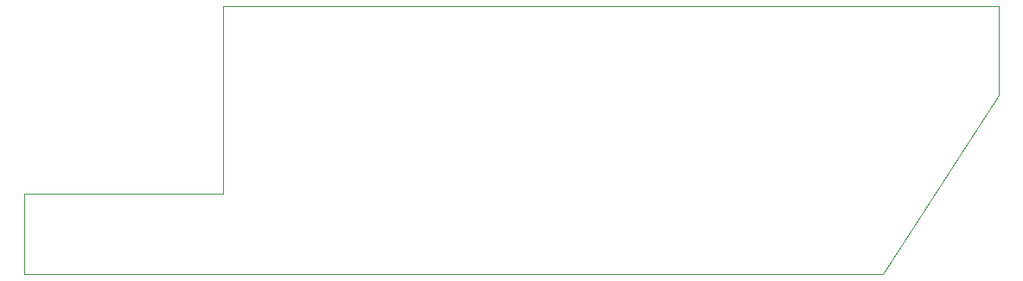
<source format=gbr>
G04 #@! TF.GenerationSoftware,KiCad,Pcbnew,(5.1.5-0-10_14)*
G04 #@! TF.CreationDate,2021-10-24T13:32:57+10:00*
G04 #@! TF.ProjectId,OH - Right Console - 1 - Electrical Power,4f48202d-2052-4696-9768-7420436f6e73,rev?*
G04 #@! TF.SameCoordinates,Original*
G04 #@! TF.FileFunction,Profile,NP*
%FSLAX46Y46*%
G04 Gerber Fmt 4.6, Leading zero omitted, Abs format (unit mm)*
G04 Created by KiCad (PCBNEW (5.1.5-0-10_14)) date 2021-10-24 13:32:57*
%MOMM*%
%LPD*%
G04 APERTURE LIST*
%ADD10C,0.050000*%
G04 APERTURE END LIST*
D10*
X176006000Y-77804000D02*
X176006000Y-86487000D01*
X164719000Y-104013000D02*
X176006000Y-86487000D01*
X80645000Y-104013000D02*
X164719000Y-104013000D01*
X80645000Y-96139000D02*
X80645000Y-104013000D01*
X100076000Y-96139000D02*
X80645000Y-96139000D01*
X100076000Y-77804000D02*
X100076000Y-96139000D01*
X176006000Y-77804000D02*
X100076000Y-77804000D01*
M02*

</source>
